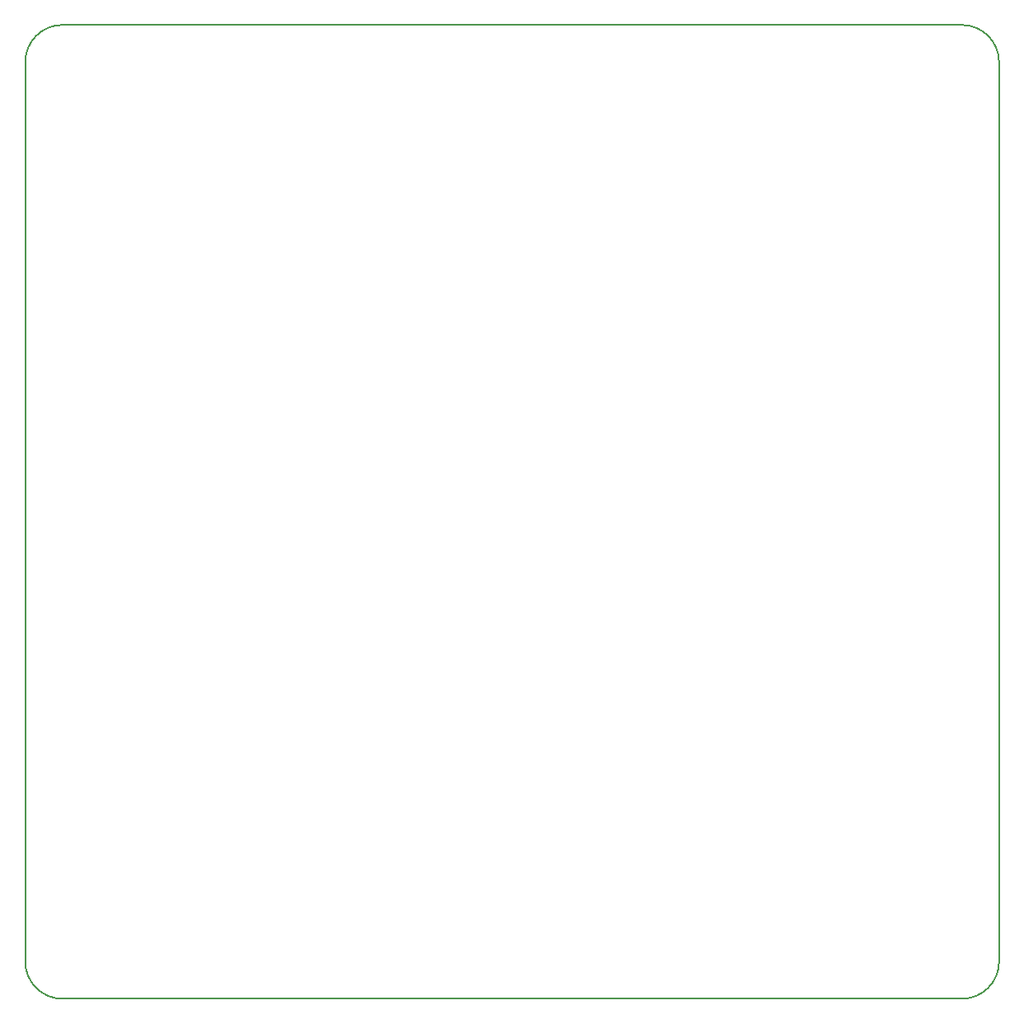
<source format=gko>
G04*
G04 #@! TF.GenerationSoftware,Altium Limited,Altium Designer,18.1.9 (240)*
G04*
G04 Layer_Color=16711935*
%FSLAX25Y25*%
%MOIN*%
G70*
G01*
G75*
%ADD10C,0.00700*%
D10*
X378701D02*
G03*
X393701Y15000I0J15000D01*
G01*
Y378701D02*
G03*
X378701Y393701I-15000J0D01*
G01*
X15000D02*
G03*
X0Y378701I0J-15000D01*
G01*
Y15000D02*
G03*
X15000Y0I15000J0D01*
G01*
X393701Y15000D02*
Y378701D01*
X15000Y0D02*
X378701D01*
X15000Y393701D02*
X378701D01*
X0Y15000D02*
Y378701D01*
M02*

</source>
